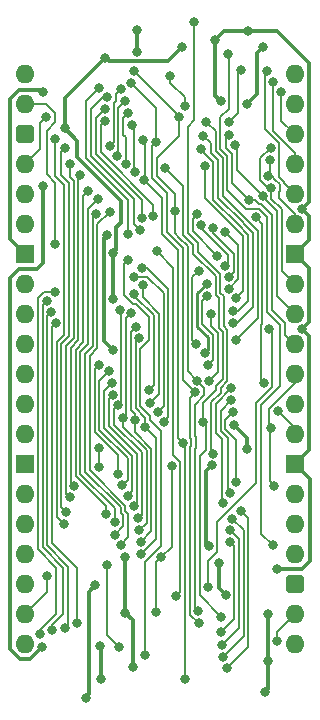
<source format=gbl>
%TF.GenerationSoftware,KiCad,Pcbnew,8.0.7*%
%TF.CreationDate,2025-01-03T10:59:07+02:00*%
%TF.ProjectId,Counter 16bit with IO,436f756e-7465-4722-9031-366269742077,V0*%
%TF.SameCoordinates,Original*%
%TF.FileFunction,Copper,L2,Bot*%
%TF.FilePolarity,Positive*%
%FSLAX46Y46*%
G04 Gerber Fmt 4.6, Leading zero omitted, Abs format (unit mm)*
G04 Created by KiCad (PCBNEW 8.0.7) date 2025-01-03 10:59:07*
%MOMM*%
%LPD*%
G01*
G04 APERTURE LIST*
G04 Aperture macros list*
%AMRoundRect*
0 Rectangle with rounded corners*
0 $1 Rounding radius*
0 $2 $3 $4 $5 $6 $7 $8 $9 X,Y pos of 4 corners*
0 Add a 4 corners polygon primitive as box body*
4,1,4,$2,$3,$4,$5,$6,$7,$8,$9,$2,$3,0*
0 Add four circle primitives for the rounded corners*
1,1,$1+$1,$2,$3*
1,1,$1+$1,$4,$5*
1,1,$1+$1,$6,$7*
1,1,$1+$1,$8,$9*
0 Add four rect primitives between the rounded corners*
20,1,$1+$1,$2,$3,$4,$5,0*
20,1,$1+$1,$4,$5,$6,$7,0*
20,1,$1+$1,$6,$7,$8,$9,0*
20,1,$1+$1,$8,$9,$2,$3,0*%
G04 Aperture macros list end*
%TA.AperFunction,ComponentPad*%
%ADD10O,1.600000X1.600000*%
%TD*%
%TA.AperFunction,ComponentPad*%
%ADD11RoundRect,0.400000X-0.400000X-0.400000X0.400000X-0.400000X0.400000X0.400000X-0.400000X0.400000X0*%
%TD*%
%TA.AperFunction,ComponentPad*%
%ADD12R,1.600000X1.600000*%
%TD*%
%TA.AperFunction,ViaPad*%
%ADD13C,0.800000*%
%TD*%
%TA.AperFunction,Conductor*%
%ADD14C,0.380000*%
%TD*%
%TA.AperFunction,Conductor*%
%ADD15C,0.200000*%
%TD*%
%TA.AperFunction,Conductor*%
%ADD16C,0.250000*%
%TD*%
G04 APERTURE END LIST*
D10*
%TO.P,J2,1,Pin_1*%
%TO.N,Read Address High*%
X0Y0D03*
%TO.P,J2,2,Pin_2*%
%TO.N,Read Address Low*%
X0Y-2540000D03*
D11*
%TO.P,J2,3,Pin_3*%
%TO.N,5V*%
X0Y-5080000D03*
D10*
%TO.P,J2,4,Pin_4*%
%TO.N,CLK*%
X0Y-7620000D03*
%TO.P,J2,5,Pin_5*%
%TO.N,~{Load Count Start}*%
X0Y-10160000D03*
%TO.P,J2,6,Pin_6*%
%TO.N,~{Reset}*%
X0Y-12700000D03*
D12*
%TO.P,J2,7,Pin_7*%
%TO.N,GND*%
X0Y-15240000D03*
D10*
%TO.P,J2,8,Pin_8*%
%TO.N,D7*%
X0Y-17780000D03*
%TO.P,J2,9,Pin_9*%
%TO.N,D6*%
X0Y-20320000D03*
%TO.P,J2,10,Pin_10*%
%TO.N,D5*%
X0Y-22860000D03*
%TO.P,J2,11,Pin_11*%
%TO.N,D4*%
X0Y-25400000D03*
%TO.P,J2,12,Pin_12*%
%TO.N,D3*%
X0Y-27940000D03*
%TO.P,J2,13,Pin_13*%
%TO.N,D2*%
X0Y-30480000D03*
D12*
%TO.P,J2,14,Pin_14*%
%TO.N,GND*%
X0Y-33020000D03*
D10*
%TO.P,J2,15,Pin_15*%
%TO.N,D1*%
X0Y-35560000D03*
%TO.P,J2,16,Pin_16*%
%TO.N,D0*%
X0Y-38100000D03*
%TO.P,J2,17,Pin_17*%
%TO.N,Count Enable*%
X0Y-40640000D03*
%TO.P,J2,18,Pin_18*%
%TO.N,Latch Address Enable*%
X0Y-43180000D03*
%TO.P,J2,19,Pin_19*%
%TO.N,Write Start Address High*%
X0Y-45720000D03*
%TO.P,J2,20,Pin_20*%
%TO.N,Write Start Address Low*%
X0Y-48260000D03*
%TO.P,J2,21,Pin_21*%
%TO.N,C0*%
X22860000Y-48260000D03*
%TO.P,J2,22,Pin_22*%
%TO.N,C1*%
X22860000Y-45720000D03*
D11*
%TO.P,J2,23,Pin_23*%
%TO.N,5V*%
X22860000Y-43180000D03*
D10*
%TO.P,J2,24,Pin_24*%
%TO.N,C2*%
X22860000Y-40640000D03*
%TO.P,J2,25,Pin_25*%
%TO.N,C3*%
X22860000Y-38100000D03*
%TO.P,J2,26,Pin_26*%
%TO.N,C4*%
X22860000Y-35560000D03*
D12*
%TO.P,J2,27,Pin_27*%
%TO.N,GND*%
X22860000Y-33020000D03*
D10*
%TO.P,J2,28,Pin_28*%
%TO.N,C5*%
X22860000Y-30480000D03*
%TO.P,J2,29,Pin_29*%
%TO.N,C6*%
X22860000Y-27940000D03*
%TO.P,J2,30,Pin_30*%
%TO.N,C7*%
X22860000Y-25400000D03*
%TO.P,J2,31,Pin_31*%
%TO.N,C8*%
X22860000Y-22860000D03*
%TO.P,J2,32,Pin_32*%
%TO.N,C9*%
X22860000Y-20320000D03*
%TO.P,J2,33,Pin_33*%
%TO.N,C10*%
X22860000Y-17780000D03*
D12*
%TO.P,J2,34,Pin_34*%
%TO.N,GND*%
X22860000Y-15240000D03*
D10*
%TO.P,J2,35,Pin_35*%
%TO.N,C11*%
X22860000Y-12700000D03*
%TO.P,J2,36,Pin_36*%
%TO.N,C12*%
X22860000Y-10160000D03*
%TO.P,J2,37,Pin_37*%
%TO.N,C13*%
X22860000Y-7620000D03*
%TO.P,J2,38,Pin_38*%
%TO.N,C14*%
X22860000Y-5080000D03*
%TO.P,J2,39,Pin_39*%
%TO.N,C15*%
X22860000Y-2540000D03*
%TO.P,J2,40,Pin_40*%
%TO.N,TC_{12..15}*%
X22860000Y0D03*
%TD*%
D13*
%TO.N,GND*%
X8509000Y-45593000D03*
X3370004Y-4594998D03*
X16469626Y-41380914D03*
X17023000Y-44069000D03*
X1507118Y-1513536D03*
X16129000Y2921000D03*
X7474693Y-19050000D03*
X6811500Y1397000D03*
X7474685Y-15121000D03*
X9144000Y-50165000D03*
X16572000Y-2308653D03*
X23467000Y-21590000D03*
X23467000Y-11430245D03*
X8509016Y-40894000D03*
X13335000Y2286000D03*
X21336000Y-41910000D03*
X18923000Y3683000D03*
%TO.N,5V*%
X6461243Y-51196757D03*
X6350008Y-48387004D03*
X1481534Y-48478000D03*
X1524002Y-9460318D03*
%TO.N,/3.3V*%
X15554002Y-39987911D03*
X6942428Y-13633073D03*
X5969000Y-43245000D03*
X15808098Y-33130480D03*
X20574000Y-49657000D03*
X18796000Y-31750000D03*
X18795996Y-2539996D03*
X20574000Y-45720000D03*
X17694874Y-29678741D03*
X7447946Y-23368000D03*
X20193000Y2285990D03*
X9465809Y3761948D03*
X9465809Y1869905D03*
X20320000Y-52324000D03*
X5207000Y-52832000D03*
%TO.N,/LC0*%
X4445000Y-46482000D03*
X2630724Y-21045166D03*
%TO.N,/LC1*%
X3429000Y-46863000D03*
X2200000Y-20142679D03*
%TO.N,/LC2*%
X2322795Y-47099705D03*
X1893000Y-19184407D03*
%TO.N,/LC3*%
X2586705Y-18464144D03*
X1270000Y-47370998D03*
%TO.N,D0*%
X10210991Y-29886056D03*
X9677061Y-22349805D03*
X9854631Y-40614402D03*
%TO.N,Write Start Address High*%
X1905000Y-42480000D03*
X20669200Y-21562000D03*
X15489000Y-43451751D03*
%TO.N,D4*%
X9210389Y-36576002D03*
X15599659Y-25969978D03*
X7443330Y-27128288D03*
X15726000Y-20345775D03*
%TO.N,D2*%
X9023223Y-20193000D03*
X9675874Y-38623207D03*
X8310468Y-29101955D03*
%TO.N,/TC_{0..3}*%
X15078024Y-29460323D03*
X11895000Y-7975000D03*
X16636998Y-45974000D03*
%TO.N,/LC4*%
X10477061Y-26764904D03*
X9250906Y-18574006D03*
%TO.N,/LC5*%
X9974825Y-17874006D03*
X10601001Y-27813000D03*
%TO.N,/LC6*%
X11245813Y-28582680D03*
X9250438Y-17143562D03*
%TO.N,/LC7*%
X11752234Y-29444970D03*
X9936163Y-16383000D03*
%TO.N,D7*%
X14706762Y-16662238D03*
X7864309Y-33886351D03*
X6272718Y-24631228D03*
X14515886Y-22822116D03*
%TO.N,D6*%
X15407778Y-17739222D03*
X7120589Y-25161436D03*
X8257746Y-34805706D03*
X15255644Y-23635865D03*
%TO.N,D3*%
X9593518Y-37613608D03*
X8042396Y-19998108D03*
X7861080Y-28036853D03*
%TO.N,D1*%
X9413736Y-21372786D03*
X9296004Y-29271437D03*
X9793470Y-39616271D03*
%TO.N,/TC_{4..7}*%
X20231064Y-26172202D03*
X19546308Y-12112325D03*
%TO.N,/LC8*%
X15367000Y-4064000D03*
X17909001Y-22479000D03*
%TO.N,/LC9*%
X17582696Y-21063530D03*
X15113000Y-5207000D03*
%TO.N,/LC10*%
X17653004Y-20066004D03*
X14924000Y-6336149D03*
%TO.N,/LC11*%
X17889088Y-18967266D03*
X15240000Y-7747000D03*
%TO.N,D5*%
X15455446Y-18806329D03*
X8728923Y-35687748D03*
X7363557Y-26131473D03*
X15494000Y-24638000D03*
%TO.N,Write Start Address Low*%
X8729491Y-15743566D03*
X10160000Y-49214000D03*
%TO.N,Read Address Low*%
X11180401Y-14981599D03*
X12827000Y-44196000D03*
X2580712Y-14351000D03*
%TO.N,/TC_{8..11}*%
X17271995Y-4063995D03*
X13524000Y-2667000D03*
X18288000Y385000D03*
X12314715Y-132027D03*
%TO.N,/LC12*%
X17241330Y-18205417D03*
X8710244Y-13542000D03*
X6285452Y-1185916D03*
X16948063Y-13356560D03*
%TO.N,/LC13*%
X9733056Y-13202446D03*
X17271481Y-17185315D03*
X6985000Y-1905000D03*
X15948653Y-13034556D03*
%TO.N,/LC14*%
X9914627Y-12219066D03*
X16962750Y-16234163D03*
X6790026Y-2936742D03*
X14922543Y-12811836D03*
%TO.N,C1*%
X21364006Y-48006000D03*
X17399000Y-38623997D03*
X16685003Y-48355570D03*
%TO.N,~{Load Count Start}*%
X13588988Y-51181000D03*
X13368136Y-31196795D03*
X10107735Y-8953604D03*
X9997206Y-5549625D03*
%TO.N,Count Enable*%
X7975088Y-48462356D03*
X6984994Y-41591000D03*
%TO.N,C0*%
X16642192Y-47250218D03*
X17399000Y-39624000D03*
%TO.N,C2*%
X17537971Y-37633698D03*
X16747043Y-49353646D03*
%TO.N,~{Reset}*%
X13072394Y-3621000D03*
X14692964Y-45482759D03*
X9271000Y254000D03*
X12699844Y-11570999D03*
X14576722Y-25967000D03*
%TO.N,C3*%
X17093651Y-50291659D03*
X18288000Y-36957000D03*
%TO.N,CLK*%
X11105499Y-5771501D03*
X1813941Y-3605000D03*
X14406421Y-26952394D03*
X14732000Y-46482000D03*
X9017000Y-762000D03*
%TO.N,C4*%
X17488296Y-26612340D03*
X16792000Y-36322000D03*
%TO.N,C5*%
X17489560Y-27620994D03*
X21469446Y-28542504D03*
X17410073Y-35463042D03*
%TO.N,C6*%
X17638447Y-28609851D03*
X17864000Y-34572000D03*
%TO.N,C7*%
X21127693Y-34850463D03*
X20827986Y-29972000D03*
%TO.N,/~{Read Address Low}*%
X17190998Y1732002D03*
X20973064Y-39897576D03*
%TO.N,C11*%
X5355219Y-9933893D03*
X20622749Y-8658582D03*
X20788863Y-7252087D03*
X6895024Y-37242021D03*
%TO.N,/~{Read Address High}*%
X6248623Y-33271002D03*
X15948937Y-32140445D03*
X14351000Y4416984D03*
X6259615Y-31687615D03*
%TO.N,C10*%
X7602157Y-37962174D03*
X6158413Y-10610195D03*
X20828000Y-6223000D03*
X20878623Y-9625295D03*
%TO.N,C8*%
X8100000Y-39878000D03*
X17252792Y-5172959D03*
X18998596Y-10650008D03*
X7197473Y-11642473D03*
%TO.N,C9*%
X17766545Y-6030900D03*
X20172544Y-10333432D03*
X6038996Y-11811000D03*
X7620000Y-38984803D03*
%TO.N,C12*%
X2590851Y-5524853D03*
X20497829Y254382D03*
X3302000Y-38100000D03*
X8128000Y-1270000D03*
X7168554Y-6065817D03*
%TO.N,/LC15*%
X6745890Y-3985817D03*
X14581004Y-11871966D03*
X16309283Y-15394233D03*
X10883372Y-11971000D03*
%TO.N,C15*%
X4200007Y-34901439D03*
X9049983Y-4296242D03*
X9327491Y-8301842D03*
X4705926Y-8560867D03*
%TO.N,C14*%
X3810000Y-7620000D03*
X3800010Y-35825485D03*
X8528994Y-7620004D03*
X21717349Y-1524000D03*
X8735971Y-3294293D03*
%TO.N,C13*%
X7785962Y-6915118D03*
X3372409Y-6226047D03*
X21020004Y-635000D03*
X8482624Y-2275313D03*
X3505520Y-37033520D03*
%TO.N,/Latch Address*%
X12446000Y-33147000D03*
X11557000Y-40894000D03*
X11114996Y-45526996D03*
%TD*%
D14*
%TO.N,GND*%
X4445000Y-7042965D02*
X8128000Y-10725965D01*
X21336000Y3683000D02*
X24050000Y969000D01*
X6811500Y1397000D02*
X7128595Y1079905D01*
X1343582Y-1350000D02*
X1507118Y-1513536D01*
X16891000Y3683000D02*
X18923000Y3683000D01*
X24050000Y-14050000D02*
X24050000Y-12013245D01*
X0Y-15240000D02*
X-1270000Y-13970000D01*
X16572000Y-2308653D02*
X16129000Y-1865653D01*
X12128905Y1079905D02*
X13335000Y2286000D01*
X7732428Y-12968572D02*
X7732428Y-14863257D01*
X8128000Y-10725965D02*
X8128000Y-12573000D01*
X24050000Y-22173000D02*
X24050000Y-31830000D01*
X18923000Y3683000D02*
X21336000Y3683000D01*
X4445000Y-5669994D02*
X4445000Y-7042965D01*
X7732428Y-14863257D02*
X7474685Y-15121000D01*
X24050000Y-10847245D02*
X23467000Y-11430245D01*
X24130000Y-34290000D02*
X24130000Y-41211500D01*
X3370004Y-4594998D02*
X3370004Y-2044496D01*
X22860000Y-33020000D02*
X24130000Y-34290000D01*
X9144000Y-46228000D02*
X9144000Y-50165000D01*
X24050000Y-16430000D02*
X24050000Y-21007000D01*
X3370004Y-2044496D02*
X6811500Y1397000D01*
X16469626Y-43515626D02*
X17023000Y-44069000D01*
X23431500Y-41910000D02*
X21336000Y-41910000D01*
X24050000Y969000D02*
X24050000Y-10847245D01*
X24050000Y-21007000D02*
X23467000Y-21590000D01*
X8128000Y-12573000D02*
X7732428Y-12968572D01*
X-1270000Y-13970000D02*
X-1270000Y-2127085D01*
X24050000Y-31830000D02*
X22860000Y-33020000D01*
X-1270000Y-2127085D02*
X-492915Y-1350000D01*
X7128595Y1079905D02*
X12128905Y1079905D01*
X-492915Y-1350000D02*
X1343582Y-1350000D01*
X22860000Y-15240000D02*
X24050000Y-14050000D01*
X3370004Y-4594998D02*
X4445000Y-5669994D01*
X7474693Y-15121008D02*
X7474685Y-15121000D01*
X7474693Y-19050000D02*
X7474693Y-15121008D01*
X23467000Y-21590000D02*
X24050000Y-22173000D01*
X8509000Y-40894016D02*
X8509016Y-40894000D01*
X22860000Y-15240000D02*
X24050000Y-16430000D01*
X8509000Y-45593000D02*
X8509000Y-40894016D01*
X16469626Y-41380914D02*
X16469626Y-43515626D01*
X16129000Y-1865653D02*
X16129000Y2921000D01*
X16129000Y2921000D02*
X16891000Y3683000D01*
X24130000Y-41211500D02*
X23431500Y-41910000D01*
X8509000Y-45593000D02*
X9144000Y-46228000D01*
X24050000Y-12013245D02*
X23467000Y-11430245D01*
%TO.N,5V*%
X429534Y-49530000D02*
X-412915Y-49530000D01*
X-1270000Y-48672915D02*
X-1270000Y-17256042D01*
X1016000Y-16510000D02*
X1524002Y-16001998D01*
X6461243Y-51196757D02*
X6461243Y-48498239D01*
X-1270000Y-17256042D02*
X-523958Y-16510000D01*
X1524002Y-16001998D02*
X1524002Y-9460318D01*
X-412915Y-49530000D02*
X-1270000Y-48672915D01*
X6461243Y-48498239D02*
X6350008Y-48387004D01*
X1481534Y-48478000D02*
X429534Y-49530000D01*
X-523958Y-16510000D02*
X1016000Y-16510000D01*
%TO.N,/3.3V*%
X5400500Y-52511500D02*
X5400500Y-43813500D01*
X19676501Y-1659491D02*
X18795996Y-2539996D01*
X15808098Y-33130480D02*
X15366998Y-33571580D01*
X5207000Y-52832000D02*
X5207000Y-52705000D01*
X20574000Y-52070000D02*
X20320000Y-52324000D01*
X20193000Y2285990D02*
X19676501Y1769491D01*
X15366998Y-39800907D02*
X15554002Y-39987911D01*
X15366998Y-33571580D02*
X15366998Y-39800907D01*
X18796000Y-30779867D02*
X18796000Y-31750000D01*
X5207000Y-52705000D02*
X5400500Y-52511500D01*
X6684685Y-22604739D02*
X6684685Y-13890816D01*
X6684685Y-13890816D02*
X6942428Y-13633073D01*
X20574000Y-49657000D02*
X20574000Y-45720000D01*
X5400500Y-43813500D02*
X5969000Y-43245000D01*
X9465809Y3761948D02*
X9465809Y1869905D01*
X17694874Y-29678741D02*
X18796000Y-30779867D01*
X20574000Y-49657000D02*
X20574000Y-52070000D01*
X7447946Y-23368000D02*
X6684685Y-22604739D01*
X19676501Y1769491D02*
X19676501Y-1659491D01*
D15*
%TO.N,/LC0*%
X2300000Y-21375890D02*
X2300000Y-39708375D01*
X4445000Y-41853375D02*
X4445000Y-46482000D01*
X2300000Y-39708375D02*
X4445000Y-41853375D01*
X2630724Y-21045166D02*
X2300000Y-21375890D01*
%TO.N,/LC1*%
X1900000Y-20442679D02*
X1900000Y-39907657D01*
X3683000Y-41690657D02*
X3683000Y-46609000D01*
X3683000Y-46609000D02*
X3429000Y-46863000D01*
X2200000Y-20142679D02*
X1900000Y-20442679D01*
X1900000Y-39907657D02*
X3683000Y-41690657D01*
%TO.N,/LC2*%
X3237000Y-45684050D02*
X3237000Y-41810343D01*
X1500000Y-19577407D02*
X1893000Y-19184407D01*
X2322795Y-46598255D02*
X3237000Y-45684050D01*
X2322795Y-47099705D02*
X2322795Y-46598255D01*
X1500000Y-40073343D02*
X1500000Y-19577407D01*
X3237000Y-41810343D02*
X1500000Y-40073343D01*
%TO.N,/LC3*%
X1270000Y-47085364D02*
X1270000Y-47370998D01*
X1100000Y-40239029D02*
X2667000Y-41806029D01*
X2667000Y-41806029D02*
X2667000Y-45688364D01*
X2667000Y-45688364D02*
X1270000Y-47085364D01*
X1623313Y-18464144D02*
X1100000Y-18987457D01*
X2586705Y-18464144D02*
X1623313Y-18464144D01*
X1100000Y-18987457D02*
X1100000Y-40239029D01*
%TO.N,D0*%
X10210991Y-29886056D02*
X10210991Y-29124243D01*
X11110385Y-39358648D02*
X11110385Y-30785450D01*
X9377061Y-28290313D02*
X9377061Y-22649805D01*
X9854631Y-40614402D02*
X11110385Y-39358648D01*
X11110385Y-30785450D02*
X10210991Y-29886056D01*
X10210991Y-29124243D02*
X9377061Y-28290313D01*
X9377061Y-22649805D02*
X9677061Y-22349805D01*
%TO.N,Write Start Address High*%
X19600998Y-34580722D02*
X16254002Y-37927718D01*
X20669200Y-21562000D02*
X20955000Y-21847800D01*
X1905000Y-43815000D02*
X1905000Y-42480000D01*
X19600998Y-27839316D02*
X19600998Y-34580722D01*
X15489000Y-41256740D02*
X15489000Y-43451751D01*
X0Y-45720000D02*
X1905000Y-43815000D01*
X16254002Y-37927718D02*
X16254002Y-40491738D01*
X20955000Y-26485314D02*
X19600998Y-27839316D01*
X20955000Y-21847800D02*
X20955000Y-26485314D01*
X16254002Y-40491738D02*
X15489000Y-41256740D01*
%TO.N,D4*%
X9510382Y-32197324D02*
X7100155Y-29787097D01*
X9510382Y-36276009D02*
X9510382Y-32197324D01*
X16355644Y-25213993D02*
X16355644Y-21957800D01*
X16355644Y-21957800D02*
X15726000Y-21328156D01*
X7100155Y-27471463D02*
X7443330Y-27128288D01*
X9210389Y-36576002D02*
X9510382Y-36276009D01*
X15726000Y-21328156D02*
X15726000Y-20345775D01*
X15599659Y-25969978D02*
X16355644Y-25213993D01*
X7100155Y-29787097D02*
X7100155Y-27471463D01*
%TO.N,D2*%
X8310468Y-29866041D02*
X10310385Y-31865958D01*
X8310468Y-29101955D02*
X8577061Y-28835362D01*
X10310385Y-31865958D02*
X10310385Y-37988696D01*
X8310468Y-29101955D02*
X8310468Y-29866041D01*
X8577061Y-20639162D02*
X9023223Y-20193000D01*
X8577061Y-28835362D02*
X8577061Y-20639162D01*
X10310385Y-37988696D02*
X9675874Y-38623207D01*
%TO.N,/TC_{0..3}*%
X11895000Y-7975000D02*
X13400248Y-9480248D01*
X16426000Y-21462470D02*
X16755644Y-21792115D01*
X14789000Y-32343957D02*
X14789000Y-44126002D01*
X13400248Y-13616570D02*
X14248347Y-14464669D01*
X15078024Y-27847976D02*
X15078024Y-29460323D01*
X16141330Y-18666456D02*
X16426000Y-18951126D01*
X14248347Y-15213872D02*
X16141330Y-17106855D01*
X14789000Y-44126002D02*
X16636998Y-45974000D01*
X15343000Y-29725299D02*
X15343000Y-31789957D01*
X16172000Y-26373001D02*
X16172000Y-26754000D01*
X13400248Y-9480248D02*
X13400248Y-13616570D01*
X16755644Y-25789356D02*
X16172000Y-26373001D01*
X16141330Y-17106855D02*
X16141330Y-18666456D01*
X16755644Y-21792115D02*
X16755644Y-25789356D01*
X15343000Y-31789957D02*
X14789000Y-32343957D01*
X16172000Y-26754000D02*
X15078024Y-27847976D01*
X15078024Y-29460323D02*
X15343000Y-29725299D01*
X16426000Y-18951126D02*
X16426000Y-21462470D01*
X14248347Y-14464669D02*
X14248347Y-15213872D01*
%TO.N,/LC4*%
X9250906Y-18744270D02*
X9250906Y-18574006D01*
X10941000Y-26300965D02*
X10941000Y-20434364D01*
X10477061Y-26764904D02*
X10941000Y-26300965D01*
X10941000Y-20434364D02*
X9250906Y-18744270D01*
%TO.N,/LC5*%
X11340998Y-27073003D02*
X11340998Y-20268673D01*
X10601001Y-27813000D02*
X11340998Y-27073003D01*
X11340998Y-20268673D02*
X9974825Y-18902500D01*
X9974825Y-18902500D02*
X9974825Y-17874006D01*
%TO.N,/LC6*%
X10354874Y-17143562D02*
X9250438Y-17143562D01*
X11740996Y-28087497D02*
X11740996Y-18529684D01*
X11245813Y-28582680D02*
X11740996Y-28087497D01*
X11740996Y-18529684D02*
X10354874Y-17143562D01*
%TO.N,/LC7*%
X12140994Y-18176668D02*
X10347326Y-16383000D01*
X10347326Y-16383000D02*
X9936163Y-16383000D01*
X12140994Y-29056210D02*
X12140994Y-18176668D01*
X11752234Y-29444970D02*
X12140994Y-29056210D01*
%TO.N,D7*%
X14176000Y-22482230D02*
X14515886Y-22822116D01*
X5900040Y-25003906D02*
X6272718Y-24631228D01*
X14706762Y-16662238D02*
X14176000Y-17193000D01*
X7864309Y-33886351D02*
X7864309Y-32248309D01*
X5900040Y-30284040D02*
X5900040Y-25003906D01*
X7864309Y-32248309D02*
X5900040Y-30284040D01*
X14176000Y-17193000D02*
X14176000Y-22482230D01*
%TO.N,D6*%
X6300050Y-30118363D02*
X6300050Y-25981975D01*
D16*
X14601000Y-21369882D02*
X14601000Y-18546000D01*
X15494000Y-22262882D02*
X14601000Y-21369882D01*
D15*
X8710382Y-32528696D02*
X6300050Y-30118363D01*
X8257746Y-34805706D02*
X8710382Y-34353070D01*
D16*
X15255644Y-23635865D02*
X15494000Y-23397509D01*
X15494000Y-23397509D02*
X15494000Y-22262882D01*
D15*
X6300050Y-25981975D02*
X7120589Y-25161436D01*
D16*
X14601000Y-18546000D02*
X15407778Y-17739222D01*
D15*
X8710382Y-34353070D02*
X8710382Y-32528696D01*
%TO.N,D3*%
X7555000Y-29676258D02*
X7555000Y-28342933D01*
X9910385Y-37296741D02*
X9910385Y-32031643D01*
X9910385Y-32031643D02*
X7555000Y-29676258D01*
X8147946Y-27749987D02*
X8147946Y-20103658D01*
X7861080Y-28036853D02*
X8147946Y-27749987D01*
X8147946Y-20103658D02*
X8042396Y-19998108D01*
X7555000Y-28342933D02*
X7861080Y-28036853D01*
X9593518Y-37613608D02*
X9910385Y-37296741D01*
%TO.N,D1*%
X9296004Y-29271437D02*
X9296004Y-30285892D01*
X9296004Y-28774942D02*
X8977061Y-28455998D01*
X9296004Y-30285892D02*
X10710385Y-31700273D01*
X8977061Y-21809461D02*
X9413736Y-21372786D01*
X8977061Y-28455998D02*
X8977061Y-21809461D01*
X9296004Y-29271437D02*
X9296004Y-28774942D01*
X10710385Y-38699356D02*
X9793470Y-39616271D01*
X10710385Y-31700273D02*
X10710385Y-38699356D01*
%TO.N,/TC_{4..7}*%
X19969200Y-21272050D02*
X20113950Y-21127300D01*
X20113950Y-12679967D02*
X19546308Y-12112325D01*
X20231064Y-26172202D02*
X19969200Y-25910338D01*
X20113950Y-21127300D02*
X20113950Y-12679967D01*
X19969200Y-25910338D02*
X19969200Y-21272050D01*
%TO.N,/LC8*%
X16148000Y-4845000D02*
X16148000Y-6533678D01*
X16740000Y-10299501D02*
X19713962Y-13273463D01*
X16148000Y-6533678D02*
X16740000Y-7125680D01*
X16740000Y-7125680D02*
X16740000Y-10299501D01*
X15367000Y-4064000D02*
X16148000Y-4845000D01*
X19713962Y-20674039D02*
X17909001Y-22479000D01*
X19713962Y-13273463D02*
X19713962Y-20674039D01*
%TO.N,/LC9*%
X15113000Y-5207000D02*
X15748000Y-5842000D01*
X15748000Y-5842000D02*
X15748000Y-6699363D01*
X19313962Y-13445341D02*
X19313962Y-19675038D01*
X18518004Y-12649383D02*
X19313962Y-13445341D01*
X17925470Y-21063530D02*
X17582696Y-21063530D01*
X16340000Y-10465187D02*
X18518004Y-12643191D01*
X16340000Y-7291365D02*
X16340000Y-10465187D01*
X15748000Y-6699363D02*
X16340000Y-7291365D01*
X19313962Y-19675038D02*
X17925470Y-21063530D01*
X18518004Y-12643191D02*
X18518004Y-12649383D01*
%TO.N,/LC10*%
X18913962Y-13611027D02*
X18913962Y-19172882D01*
X18913962Y-19172882D02*
X18020840Y-20066004D01*
X15940000Y-7457050D02*
X15940000Y-10630873D01*
X18020840Y-20066004D02*
X17653004Y-20066004D01*
X14924000Y-6336149D02*
X14924000Y-6441050D01*
X14924000Y-6441050D02*
X15940000Y-7457050D01*
X18118004Y-12808877D02*
X18118004Y-12815069D01*
X15940000Y-10630873D02*
X18118004Y-12808877D01*
X18118004Y-12815069D02*
X18913962Y-13611027D01*
%TO.N,/LC11*%
X18476108Y-13738860D02*
X18476108Y-18380246D01*
X15240000Y-10496559D02*
X17718004Y-12974563D01*
X17718004Y-12974563D02*
X17718004Y-12980755D01*
X17718004Y-12980755D02*
X18476108Y-13738860D01*
X18476108Y-18380246D02*
X17889088Y-18967266D01*
X15240000Y-7747000D02*
X15240000Y-10496559D01*
%TO.N,D5*%
X15955644Y-22123486D02*
X15026000Y-21193842D01*
X15494000Y-24638000D02*
X15955644Y-24176356D01*
X15955644Y-24176356D02*
X15955644Y-22123486D01*
X6700012Y-26795018D02*
X7363557Y-26131473D01*
X15026000Y-21193842D02*
X15026000Y-19235775D01*
X8728923Y-35687748D02*
X9110382Y-35306289D01*
X15026000Y-19235775D02*
X15455446Y-18806329D01*
X6700012Y-29952640D02*
X6700012Y-26795018D01*
X9110382Y-35306289D02*
X9110382Y-32363010D01*
X9110382Y-32363010D02*
X6700012Y-29952640D01*
%TO.N,Write Start Address Low*%
X8386706Y-16086351D02*
X8386706Y-18699756D01*
X10625008Y-28972574D02*
X10625008Y-29310122D01*
X8729491Y-15743566D02*
X8386706Y-16086351D01*
X10541000Y-20600050D02*
X10541000Y-22475816D01*
X9777064Y-28124630D02*
X10625008Y-28972574D01*
X9777064Y-23239752D02*
X9777064Y-28124630D01*
X8386706Y-18699756D02*
X9179950Y-19493000D01*
X11510385Y-30195499D02*
X11510385Y-39950665D01*
X9179950Y-19493000D02*
X9433950Y-19493000D01*
X10160000Y-41301050D02*
X10160000Y-49214000D01*
X9433950Y-19493000D02*
X10541000Y-20600050D01*
X11510385Y-39950665D02*
X10160000Y-41301050D01*
X10625008Y-29310122D02*
X11510385Y-30195499D01*
X10541000Y-22475816D02*
X9777064Y-23239752D01*
%TO.N,Read Address Low*%
X13146000Y-43877000D02*
X12827000Y-44196000D01*
X12573000Y-32284050D02*
X13146000Y-32857050D01*
X2563941Y-3294339D02*
X2563941Y-4063395D01*
X1809602Y-2540000D02*
X2563941Y-3294339D01*
X2580712Y-9193372D02*
X2580712Y-14351000D01*
X2563941Y-4063395D02*
X1840851Y-4786485D01*
X12573000Y-16374198D02*
X12573000Y-32284050D01*
X13146000Y-32857050D02*
X13146000Y-43877000D01*
X11180401Y-14981599D02*
X12573000Y-16374198D01*
X0Y-2540000D02*
X1809602Y-2540000D01*
X1840851Y-8453511D02*
X2580712Y-9193372D01*
X1840851Y-4786485D02*
X1840851Y-8453511D01*
%TO.N,/TC_{8..11}*%
X18045999Y-3289991D02*
X17271995Y-4063995D01*
X18045999Y142999D02*
X18045999Y-3289991D01*
X18288000Y385000D02*
X18045999Y142999D01*
X12314715Y-132027D02*
X12314715Y-757715D01*
X12314715Y-757715D02*
X13524000Y-1967000D01*
X13524000Y-1967000D02*
X13524000Y-2667000D01*
%TO.N,/LC12*%
X5207000Y-7112000D02*
X5207000Y-2264368D01*
X18076109Y-17370638D02*
X18076109Y-14484606D01*
X5207000Y-2264368D02*
X6285452Y-1185916D01*
X17241330Y-18205417D02*
X18076109Y-17370638D01*
X8710244Y-10615244D02*
X5207000Y-7112000D01*
X8710244Y-13542000D02*
X8710244Y-10615244D01*
X18076109Y-14484606D02*
X16948063Y-13356560D01*
%TO.N,/LC13*%
X9214627Y-10553941D02*
X5607000Y-6946314D01*
X9214627Y-12684017D02*
X9214627Y-10553941D01*
X17676109Y-15205423D02*
X15948653Y-13477967D01*
X5607000Y-2943340D02*
X6645340Y-1905000D01*
X17271481Y-17185315D02*
X17676109Y-16780687D01*
X9733056Y-13202446D02*
X9214627Y-12684017D01*
X15948653Y-13477967D02*
X15948653Y-13034556D01*
X17676109Y-16780687D02*
X17676109Y-15205423D01*
X6645340Y-1905000D02*
X6985000Y-1905000D01*
X5607000Y-6946314D02*
X5607000Y-2943340D01*
%TO.N,/LC14*%
X6007000Y-6780628D02*
X6007000Y-3719768D01*
X17210000Y-15986913D02*
X17210000Y-15305000D01*
X6007000Y-3719768D02*
X6790026Y-2936742D01*
X9914627Y-12219066D02*
X9914627Y-10688255D01*
X9914627Y-10688255D02*
X6007000Y-6780628D01*
X14922543Y-13017543D02*
X14922543Y-12811836D01*
X17210000Y-15305000D02*
X14922543Y-13017543D01*
X16962750Y-16234163D02*
X17210000Y-15986913D01*
%TO.N,C1*%
X22860000Y-45720000D02*
X21364006Y-47215994D01*
X18123000Y-46917573D02*
X16685003Y-48355570D01*
X17399000Y-38623997D02*
X18123000Y-39347997D01*
X21364006Y-47215994D02*
X21364006Y-48006000D01*
X18123000Y-39347997D02*
X18123000Y-46917573D01*
%TO.N,~{Load Count Start}*%
X11599844Y-10445713D02*
X11599844Y-13513224D01*
X10134624Y-5687043D02*
X9997206Y-5549625D01*
X13578024Y-31406683D02*
X13368136Y-31196795D01*
X13588988Y-51181000D02*
X13578024Y-51170036D01*
X10134624Y-8926715D02*
X10134624Y-5687043D01*
X13578024Y-51170036D02*
X13578024Y-31406683D01*
X10107735Y-8953604D02*
X10134624Y-8926715D01*
X10107735Y-8953604D02*
X11599844Y-10445713D01*
X11599844Y-13513224D02*
X12976000Y-14889380D01*
X12976000Y-30804659D02*
X13368136Y-31196795D01*
X12976000Y-14889380D02*
X12976000Y-30804659D01*
%TO.N,Count Enable*%
X6984994Y-47472262D02*
X7975088Y-48462356D01*
X6984994Y-41591000D02*
X6984994Y-47472262D01*
%TO.N,C0*%
X17723000Y-39948000D02*
X17723000Y-46169410D01*
X17399000Y-39624000D02*
X17723000Y-39948000D01*
X17723000Y-46169410D02*
X16642192Y-47250218D01*
%TO.N,C2*%
X18523000Y-38618727D02*
X18523000Y-47577689D01*
X17537971Y-37633698D02*
X18523000Y-38618727D01*
X18523000Y-47577689D02*
X16747043Y-49353646D01*
%TO.N,~{Reset}*%
X13776000Y-25166278D02*
X14576722Y-25967000D01*
X14576722Y-25967000D02*
X15202000Y-26592278D01*
X11195000Y-8655000D02*
X11195000Y-7093000D01*
X13062000Y-13844008D02*
X13776002Y-14558010D01*
X14468136Y-30741160D02*
X14468136Y-31652430D01*
X12699844Y-13473472D02*
X13062000Y-13835629D01*
X11195000Y-7093000D02*
X13072394Y-5215606D01*
X13072394Y-5215606D02*
X13072394Y-3621000D01*
X15202000Y-27158314D02*
X14378024Y-27982290D01*
X12699844Y-10159844D02*
X11195000Y-8655000D01*
X13776002Y-14558010D02*
X13776002Y-17027313D01*
X13072394Y-3621000D02*
X13072394Y-3547394D01*
X15202000Y-26592278D02*
X15202000Y-27158314D01*
X14389000Y-31731567D02*
X14389000Y-45178795D01*
X14389000Y-45178795D02*
X14692964Y-45482759D01*
X14468136Y-31652430D02*
X14389000Y-31731567D01*
X13776000Y-17027315D02*
X13776000Y-25166278D01*
X12699844Y-11570999D02*
X12699844Y-10159844D01*
X13062000Y-13835629D02*
X13062000Y-13844008D01*
X14378024Y-27982290D02*
X14378024Y-30651047D01*
X12699844Y-11570999D02*
X12699844Y-13473472D01*
X13776002Y-17027313D02*
X13776000Y-17027315D01*
X13072394Y-3547394D02*
X9271000Y254000D01*
X14378024Y-30651047D02*
X14468136Y-30741160D01*
%TO.N,C3*%
X18288000Y-36957000D02*
X18923000Y-37592000D01*
X18923000Y-48462310D02*
X17093651Y-50291659D01*
X18923000Y-37592000D02*
X18923000Y-48462310D01*
%TO.N,CLK*%
X11999844Y-13347538D02*
X11999844Y-10025529D01*
X14406421Y-26952394D02*
X13376000Y-25921973D01*
X13978024Y-27380791D02*
X13978024Y-30816733D01*
X13376002Y-16861627D02*
X13376002Y-14723696D01*
X14068136Y-31486745D02*
X13989000Y-31565884D01*
X14068136Y-30906845D02*
X14068136Y-31486745D01*
X13989000Y-31565884D02*
X13989000Y-45768745D01*
X0Y-7620000D02*
X1270000Y-6350000D01*
X10795000Y-6082000D02*
X11105499Y-5771501D01*
X13989000Y-45768745D02*
X14702255Y-46482000D01*
X13376002Y-14723696D02*
X11999844Y-13347538D01*
X10795000Y-8820685D02*
X10795000Y-6082000D01*
X13978024Y-30816733D02*
X14068136Y-30906845D01*
X14702255Y-46482000D02*
X14732000Y-46482000D01*
X14406421Y-26952394D02*
X13978024Y-27380791D01*
X11105499Y-5771501D02*
X11105499Y-2850499D01*
X13376000Y-16861630D02*
X13376002Y-16861627D01*
X11105499Y-2850499D02*
X9017000Y-762000D01*
X11999844Y-10025529D02*
X10795000Y-8820685D01*
X1270000Y-6350000D02*
X1270000Y-4148941D01*
X13376000Y-25921973D02*
X13376000Y-16861630D01*
X1270000Y-4148941D02*
X1813941Y-3605000D01*
%TO.N,C4*%
X16710073Y-36240073D02*
X16710073Y-30922444D01*
X16792000Y-36322000D02*
X16710073Y-36240073D01*
X16178024Y-30390395D02*
X16178024Y-27919819D01*
X16710073Y-30922444D02*
X16178024Y-30390395D01*
X16178024Y-27919819D02*
X17485503Y-26612340D01*
X17485503Y-26612340D02*
X17488296Y-26612340D01*
%TO.N,C5*%
X17164000Y-30810686D02*
X17164000Y-35216969D01*
X16578024Y-30224710D02*
X17164000Y-30810686D01*
X21469454Y-28542504D02*
X21469446Y-28542504D01*
X22860000Y-29933050D02*
X21469454Y-28542504D01*
X16578024Y-28532530D02*
X16578024Y-30224710D01*
X17489560Y-27620994D02*
X16578024Y-28532530D01*
X17164000Y-35216969D02*
X17410073Y-35463042D01*
%TO.N,C6*%
X17864000Y-30945000D02*
X17864000Y-34572000D01*
X16978024Y-30059024D02*
X17864000Y-30945000D01*
X16978024Y-29270274D02*
X16978024Y-30059024D01*
X17638447Y-28609851D02*
X16978024Y-29270274D01*
%TO.N,C7*%
X20827986Y-29972000D02*
X20720000Y-30079986D01*
X22860000Y-26162000D02*
X20701000Y-28321000D01*
X20720000Y-34442770D02*
X21127693Y-34850463D01*
X20701000Y-28321000D02*
X20701000Y-29845014D01*
X20701000Y-29845014D02*
X20827986Y-29972000D01*
X20720000Y-30079986D02*
X20720000Y-34442770D01*
X22860000Y-25400000D02*
X22860000Y-26162000D01*
%TO.N,/~{Read Address Low}*%
X18726697Y-11412325D02*
X17140000Y-9825628D01*
X17140000Y-6959992D02*
X16548000Y-6367992D01*
X16548000Y-3645000D02*
X17272000Y-2921000D01*
X20513945Y-12090012D02*
X19836258Y-11412325D01*
X20000998Y-28005002D02*
X21590000Y-26416000D01*
X17272000Y-2921000D02*
X17272000Y1651000D01*
X20973064Y-39897576D02*
X20000998Y-38925510D01*
X17140000Y-9825628D02*
X17140000Y-6959992D01*
X20000998Y-38925510D02*
X20000998Y-28005002D01*
X20513945Y-20132945D02*
X20513945Y-12090012D01*
X21590000Y-26416000D02*
X21590000Y-21209001D01*
X17272000Y1651000D02*
X17190998Y1732002D01*
X16548000Y-6367992D02*
X16548000Y-3645000D01*
X19836258Y-11412325D02*
X18726697Y-11412325D01*
X21590000Y-21209001D02*
X20513945Y-20132945D01*
%TO.N,C11*%
X4938994Y-22700948D02*
X4938994Y-10350118D01*
X22860000Y-12700000D02*
X22860000Y-11811000D01*
X21160913Y-8925295D02*
X20894200Y-8658582D01*
X21578623Y-9335345D02*
X21168573Y-8925295D01*
X22860000Y-11811000D02*
X21536293Y-10487293D01*
X4300024Y-34011507D02*
X4300024Y-23339918D01*
X4300024Y-23339918D02*
X4938994Y-22700948D01*
X6895024Y-36606507D02*
X4300024Y-34011507D01*
X21536293Y-10487293D02*
X21536293Y-9958776D01*
X20894200Y-8658582D02*
X20622749Y-8658582D01*
X6895024Y-37242021D02*
X6895024Y-36606507D01*
X21536293Y-9958776D02*
X21578185Y-9916884D01*
X21578185Y-9916884D02*
X21578185Y-9915683D01*
X20788863Y-8492468D02*
X20622749Y-8658582D01*
X4938994Y-10350118D02*
X5355219Y-9933893D01*
X21578623Y-9915245D02*
X21578623Y-9335345D01*
X20788863Y-7252087D02*
X20788863Y-8492468D01*
X21578185Y-9915683D02*
X21578623Y-9915245D01*
X21168573Y-8925295D02*
X21160913Y-8925295D01*
%TO.N,/~{Read Address High}*%
X15778024Y-27754133D02*
X15778024Y-31969532D01*
X16541330Y-16922330D02*
X16541330Y-18500770D01*
X13800248Y-13450885D02*
X14648347Y-14298984D01*
X6259615Y-31687615D02*
X6248623Y-31698607D01*
X6248623Y-31698607D02*
X6248623Y-33271002D01*
X15778024Y-31969532D02*
X15948937Y-32140445D01*
X14648347Y-14298984D02*
X14648347Y-15029347D01*
X17155644Y-25955042D02*
X16572000Y-26538686D01*
X16541330Y-18500770D02*
X16826000Y-18785440D01*
X13800248Y-4461702D02*
X13800248Y-13450885D01*
X16572000Y-26960157D02*
X15778024Y-27754133D01*
X16826000Y-21296784D02*
X17155644Y-21626430D01*
X14351000Y-3910950D02*
X13800248Y-4461702D01*
X14648347Y-15029347D02*
X16541330Y-16922330D01*
X14351000Y4416984D02*
X14351000Y-3910950D01*
X17155644Y-21626430D02*
X17155644Y-25955042D01*
X16826000Y-18785440D02*
X16826000Y-21296784D01*
X16572000Y-26538686D02*
X16572000Y-26960157D01*
%TO.N,C10*%
X5338996Y-11429612D02*
X6158413Y-10610195D01*
X21760000Y-16680000D02*
X21760000Y-11415314D01*
X20333136Y-9359856D02*
X20334186Y-9359856D01*
X19923086Y-8949806D02*
X20333136Y-9359856D01*
X22860000Y-17780000D02*
X21760000Y-16680000D01*
X20334186Y-9359856D02*
X20599625Y-9625295D01*
X19924136Y-8368856D02*
X19923086Y-8369906D01*
X20878623Y-10533937D02*
X20878623Y-9625295D01*
X20828000Y-6223000D02*
X19924136Y-7126864D01*
X21760000Y-11415314D02*
X20878623Y-10533937D01*
X20599625Y-9625295D02*
X20878623Y-9625295D01*
X7602157Y-36747954D02*
X4700038Y-33845835D01*
X5338996Y-22866632D02*
X5338996Y-11429612D01*
X4700038Y-23505592D02*
X5338996Y-22866632D01*
X19924136Y-7126864D02*
X19924136Y-8368856D01*
X7602157Y-37962174D02*
X7602157Y-36747954D01*
X4700038Y-33845835D02*
X4700038Y-23505592D01*
X19923086Y-8369906D02*
X19923086Y-8949806D01*
%TO.N,C8*%
X22860000Y-22860000D02*
X22060001Y-22060001D01*
X20030231Y-11035089D02*
X20024708Y-11035089D01*
X20913945Y-11918803D02*
X20030231Y-11035089D01*
X18998596Y-10650008D02*
X17540000Y-9191412D01*
X20001943Y-11012325D02*
X19859413Y-11012325D01*
X8763000Y-39215000D02*
X8100000Y-39878000D01*
X22060001Y-21113316D02*
X20913945Y-19967260D01*
X8510389Y-36992950D02*
X8763000Y-37245561D01*
X19497096Y-10650008D02*
X18998596Y-10650008D01*
X20913945Y-19967260D02*
X20913945Y-11918803D01*
X17031998Y-6286304D02*
X17031998Y-5393753D01*
X6139000Y-23198000D02*
X5500010Y-23836990D01*
X8510389Y-36524815D02*
X8510389Y-36992950D01*
X22060001Y-22060001D02*
X22060001Y-21113316D01*
X5500010Y-33514435D02*
X8510389Y-36524815D01*
X6139000Y-12700946D02*
X6139000Y-23198000D01*
X8763000Y-37245561D02*
X8763000Y-39215000D01*
X19859413Y-11012325D02*
X19497096Y-10650008D01*
X5500010Y-23836990D02*
X5500010Y-33514435D01*
X20024708Y-11035089D02*
X20001943Y-11012325D01*
X17031998Y-5393753D02*
X17252792Y-5172959D01*
X17540000Y-6794306D02*
X17031998Y-6286304D01*
X7197473Y-11642473D02*
X6139000Y-12700946D01*
X17540000Y-9191412D02*
X17540000Y-6794306D01*
%TO.N,C9*%
X5738998Y-12110998D02*
X5738998Y-23032316D01*
X20172544Y-10393544D02*
X20172544Y-10333432D01*
X5738998Y-23032316D02*
X5100010Y-23671304D01*
X8110389Y-37158636D02*
X8305065Y-37353312D01*
X8305065Y-37353312D02*
X8305065Y-38299738D01*
X5100010Y-23671304D02*
X5100010Y-33680121D01*
X17940000Y-6204355D02*
X17940000Y-8152906D01*
X8110389Y-36690500D02*
X8110389Y-37158636D01*
X17940000Y-8152906D02*
X20120526Y-10333432D01*
X21360000Y-18820000D02*
X21360000Y-11581000D01*
X17766545Y-6030900D02*
X17940000Y-6204355D01*
X8305065Y-38299738D02*
X7620000Y-38984803D01*
X20120526Y-10333432D02*
X20172544Y-10333432D01*
X5100010Y-33680121D02*
X8110389Y-36690500D01*
X22860000Y-20320000D02*
X21360000Y-18820000D01*
X6038996Y-11811000D02*
X5738998Y-12110998D01*
X21360000Y-11581000D02*
X20172544Y-10393544D01*
%TO.N,C12*%
X7517001Y-2433660D02*
X7517001Y-5717370D01*
X3302000Y-38100000D02*
X2700010Y-37498010D01*
X21978623Y-9177319D02*
X21978623Y-9169659D01*
X7517001Y-5717370D02*
X7168554Y-6065817D01*
X20320000Y76553D02*
X20497829Y254382D01*
X22860000Y-10058696D02*
X21978623Y-9177319D01*
X7698078Y-2252583D02*
X7517001Y-2433660D01*
X2700010Y-22677188D02*
X3330724Y-22046474D01*
X3330724Y-22046474D02*
X3330724Y-9377698D01*
X21528008Y-8719044D02*
X21528008Y-5869329D01*
X7698078Y-1699922D02*
X7698078Y-2252583D01*
X2700010Y-37498010D02*
X2700010Y-22677188D01*
X2590851Y-8637825D02*
X2590851Y-5524853D01*
X21978623Y-9169659D02*
X21528008Y-8719044D01*
X21528008Y-5869329D02*
X20320000Y-4661321D01*
X20320000Y-4661321D02*
X20320000Y76553D01*
X8128000Y-1270000D02*
X7698078Y-1699922D01*
X3330724Y-9377698D02*
X2590851Y-8637825D01*
%TO.N,/LC15*%
X14200248Y-12252722D02*
X14200248Y-13285198D01*
X14200248Y-13285198D02*
X16309283Y-15394233D01*
X6418554Y-4313153D02*
X6745890Y-3985817D01*
X10883372Y-11971000D02*
X10883372Y-11091314D01*
X6418554Y-6626496D02*
X6418554Y-4313153D01*
X14581004Y-11871966D02*
X14200248Y-12252722D01*
X10883372Y-11091314D02*
X6418554Y-6626496D01*
%TO.N,C15*%
X3900029Y-34601461D02*
X3900029Y-23174228D01*
X9247206Y-8221557D02*
X9247206Y-4493465D01*
X9247206Y-4493465D02*
X9049983Y-4296242D01*
X4530724Y-8736069D02*
X4705926Y-8560867D01*
X4200007Y-34901439D02*
X3900029Y-34601461D01*
X9327491Y-8301842D02*
X9247206Y-8221557D01*
X3900029Y-23174228D02*
X4530724Y-22543532D01*
X4530724Y-22543532D02*
X4530724Y-8736069D01*
%TO.N,C14*%
X8317000Y-3713264D02*
X8735971Y-3294293D01*
X21717349Y-3937349D02*
X21717349Y-1524000D01*
X3810000Y-8725602D02*
X3810000Y-7620000D01*
X8528994Y-5327944D02*
X8317000Y-5115950D01*
X4130724Y-9046326D02*
X3810000Y-8725602D01*
X4130724Y-22377848D02*
X4130724Y-9046326D01*
X8317000Y-5115950D02*
X8317000Y-3713264D01*
X3500029Y-35525504D02*
X3500029Y-23008543D01*
X3500029Y-23008543D02*
X4130724Y-22377848D01*
X8528994Y-7620004D02*
X8528994Y-5327944D01*
X22860000Y-5080000D02*
X21717349Y-3937349D01*
X3800010Y-35825485D02*
X3500029Y-35525504D01*
%TO.N,C13*%
X21011128Y-4786763D02*
X21011128Y-643876D01*
X7917000Y-6784080D02*
X7785962Y-6915118D01*
X22860000Y-6635635D02*
X21011128Y-4786763D01*
X21011128Y-643876D02*
X21020004Y-635000D01*
X3100010Y-22842874D02*
X3730724Y-22212160D01*
X3730724Y-22212160D02*
X3730724Y-9212012D01*
X3060000Y-8541288D02*
X3060000Y-6538456D01*
X8482624Y-2275313D02*
X7917000Y-2840937D01*
X3505520Y-37033520D02*
X3100010Y-36628010D01*
X3730724Y-9212012D02*
X3060000Y-8541288D01*
X22860000Y-7620000D02*
X22860000Y-6635635D01*
X3060000Y-6538456D02*
X3372409Y-6226047D01*
X7917000Y-2840937D02*
X7917000Y-6784080D01*
X3100010Y-36628010D02*
X3100010Y-22842874D01*
%TO.N,/Latch Address*%
X11114996Y-45526996D02*
X11114996Y-41336004D01*
X11114996Y-41336004D02*
X11557000Y-40894000D01*
X12446000Y-40005000D02*
X11557000Y-40894000D01*
X12446000Y-33147000D02*
X12446000Y-40005000D01*
%TD*%
M02*

</source>
